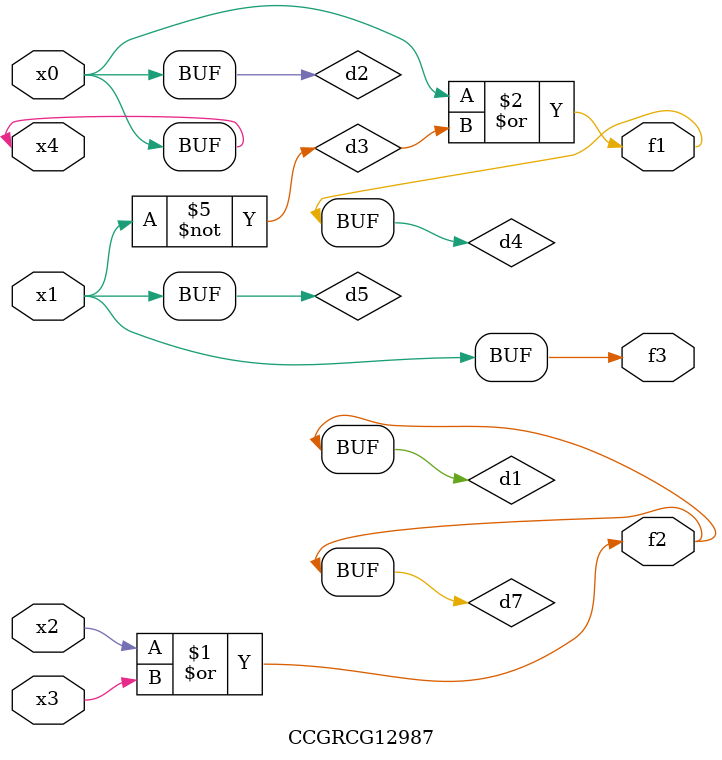
<source format=v>
module CCGRCG12987(
	input x0, x1, x2, x3, x4,
	output f1, f2, f3
);

	wire d1, d2, d3, d4, d5, d6, d7;

	or (d1, x2, x3);
	buf (d2, x0, x4);
	not (d3, x1);
	or (d4, d2, d3);
	not (d5, d3);
	nand (d6, d1, d3);
	or (d7, d1);
	assign f1 = d4;
	assign f2 = d7;
	assign f3 = d5;
endmodule

</source>
